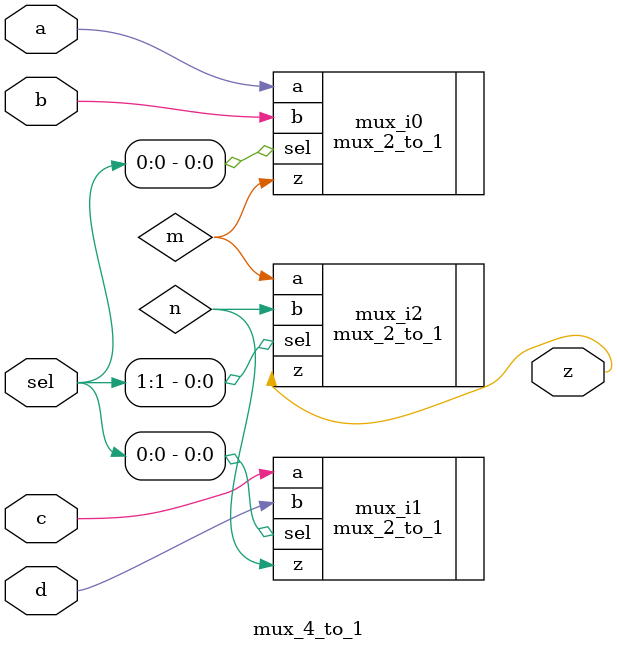
<source format=v>
`timescale 1ns / 1ps


module mux_4_to_1(
    input a, b, c, d,
    input [1:0] sel,
    output z
    );
    wire m,n;
    
    mux_2_to_1 mux_i0(.a(a),.b(b),.sel(sel[0]),.z(m));
    mux_2_to_1 mux_i1(.a(c),.b(d),.sel(sel[0]),.z(n));
    mux_2_to_1 mux_i2(.a(m),.b(n),.sel(sel[1]),.z(z));
endmodule

</source>
